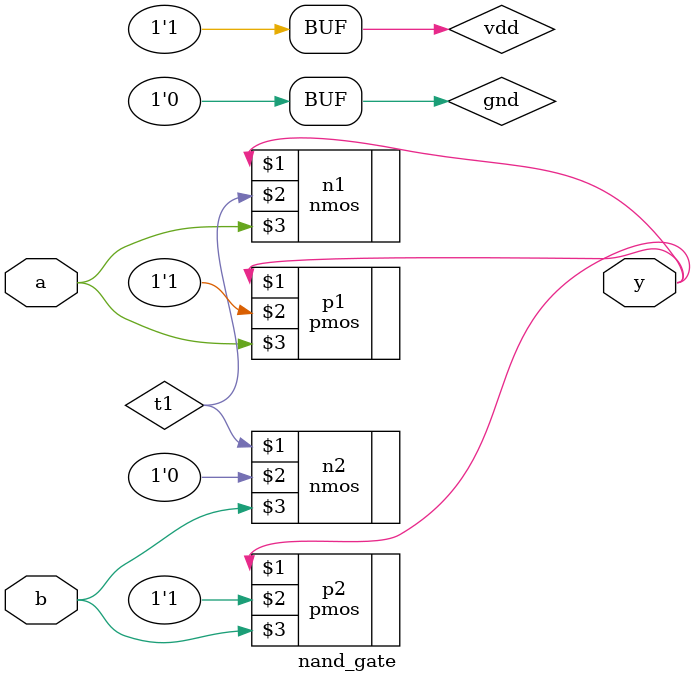
<source format=v>
`timescale 1ns / 1ps


module nand_gate(
    input a,
    input b,
    output y
    );
    
    supply1 vdd;
    supply0 gnd;
    wire t1;
    pmos p1(y,vdd,a);
    pmos p2(y,vdd,b);
    nmos n1(y,t1,a);
    nmos n2(t1,gnd,b);
endmodule

</source>
